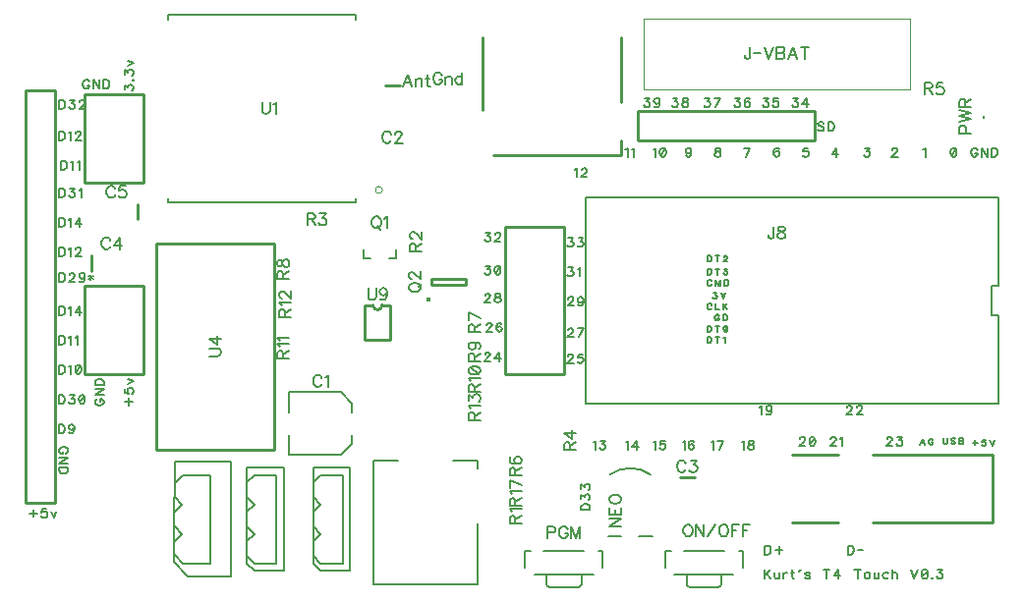
<source format=gto>
G04 DipTrace 3.3.1.3*
G04 Teensy4.0TouchDisplayLoRaV0.2.gto*
%MOIN*%
G04 #@! TF.FileFunction,Legend,Top*
G04 #@! TF.Part,Single*
%ADD10C,0.009843*%
%ADD15C,0.008*%
%ADD27C,0.005*%
%ADD50C,0.003937*%
%ADD57C,0.015404*%
%ADD59C,0.000013*%
%ADD138C,0.006176*%
%ADD139C,0.007*%
%FSLAX26Y26*%
G04*
G70*
G90*
G75*
G01*
G04 TopSilk*
%LPD*%
X1337321Y843640D2*
D15*
Y912385D1*
Y987399D2*
Y1056144D1*
X1512331D1*
X1549841Y1018637D1*
Y987399D1*
X1337321Y843640D2*
X1512331D1*
X1549841Y881147D1*
Y912385D1*
X1661743Y2097385D2*
D10*
X1712885D1*
X2661638Y766275D2*
X2712780D1*
X664939Y1468129D2*
Y1519271D1*
X822461Y1694271D2*
Y1643129D1*
X1976957Y824905D2*
D15*
X1894269D1*
X1976957Y403631D2*
Y612283D1*
Y824905D2*
Y797358D1*
X1622637Y403631D2*
Y824905D1*
X1705325D1*
X1622637Y403631D2*
X1976957D1*
X3118419Y2012285D2*
D10*
X2518419D1*
X3118419Y1912285D2*
X2518419D1*
X3118419Y2012285D2*
Y1912285D1*
X2518419Y2012285D2*
Y1912285D1*
X2268700Y1118700D2*
Y1618700D1*
X2068700Y1118700D2*
Y1618700D1*
X2268700Y1118700D2*
X2068700D1*
X2268700Y1618700D2*
X2068700D1*
X2463776Y2261401D2*
Y2040251D1*
Y1911779D2*
Y1860782D1*
X2029871D1*
X1991201Y2012792D2*
Y2259930D1*
X3443417Y2085628D2*
D50*
X2537905D1*
Y2325785D1*
X3443417D1*
Y2085628D1*
X1140682Y430054D2*
D27*
Y819818D1*
X947770D1*
X947634Y700940D2*
Y650933D1*
Y600927D1*
Y550920D1*
Y500952D1*
X947654Y481620D1*
X991070Y430054D1*
X1140682D1*
X948638Y549946D2*
X973638Y574930D1*
X948638Y599952D1*
X947770Y649920D2*
X971630Y674943D1*
X947770Y699927D1*
Y749933D1*
Y816661D1*
X949642Y748920D2*
X974642Y774917D1*
X1068636Y774956D1*
Y474916D1*
X975626Y474955D1*
X950627Y502940D1*
X1318611Y449936D2*
Y799936D1*
X1193611D1*
Y699941D2*
Y649926D1*
Y599946D1*
Y549931D1*
Y499951D1*
Y474926D1*
X1218611Y449936D1*
X1318611D1*
X1193611Y549931D2*
X1218611Y574921D1*
X1193611Y599946D1*
Y649926D2*
X1218611Y674951D1*
X1193611Y699941D1*
Y749921D1*
Y799936D1*
Y749921D2*
X1218611Y774946D1*
X1293611D1*
Y474926D1*
X1218611D1*
X1193611Y499951D1*
X1543587Y449936D2*
Y799936D1*
X1418587D1*
Y699941D2*
Y649926D1*
Y599946D1*
Y549931D1*
Y499951D1*
Y474926D1*
X1443587Y449936D1*
X1543587D1*
X1418587Y549931D2*
X1443587Y574921D1*
X1418587Y599946D1*
Y649926D2*
X1443587Y674951D1*
X1418587Y699941D1*
Y749921D1*
Y799936D1*
Y749921D2*
X1443587Y774946D1*
X1518587D1*
Y474926D1*
X1443587D1*
X1418587Y499951D1*
X543700Y2081700D2*
D10*
X443700D1*
X543700Y681700D2*
Y2081700D1*
Y681700D2*
X443700D1*
Y757300D1*
Y2081700D1*
X2568700Y568706D2*
D27*
X2523700D1*
X2418700D2*
X2463700D1*
X2424700Y776712D2*
G02X2562700Y776712I69000J-97267D01*
G01*
X2643699Y437449D2*
X2843701D1*
X2874935Y462453D2*
Y518695D1*
X2862435D1*
X2812434D2*
X2674966D1*
X2684688Y435449D2*
Y405447D1*
G03X2694701Y395451I10011J16D01*
G01*
X2792699D1*
G03X2802712Y405447I2J10012D01*
G01*
Y435449D1*
X2631199Y518695D2*
X2612465D1*
Y462453D1*
X643700Y1960400D2*
D10*
Y1768700D1*
Y2068700D2*
Y1768700D1*
X843700Y2068700D2*
Y1768700D1*
X643700Y2068700D2*
X843700D1*
X643700Y1768700D2*
X843700D1*
X643700Y1310400D2*
Y1118700D1*
Y1418700D2*
Y1118700D1*
X843700Y1418700D2*
Y1118700D1*
X643700Y1418700D2*
X843700D1*
X643700Y1118700D2*
X843700D1*
X2168699Y437449D2*
D27*
X2368701D1*
X2399935Y462453D2*
Y518695D1*
X2387435D1*
X2337434D2*
X2199966D1*
X2209688Y435449D2*
Y405447D1*
G03X2219701Y395451I10011J16D01*
G01*
X2317699D1*
G03X2327712Y405447I2J10012D01*
G01*
Y435449D1*
X2156199Y518695D2*
X2137465D1*
Y462453D1*
G36*
X3697637Y1993700D2*
X3689763D1*
Y1985827D1*
X3697637D1*
Y1993700D1*
G37*
X1675194Y1509875D2*
D15*
X1698815D1*
Y1541375D1*
X1612206Y1509875D2*
X1588585D1*
Y1541375D1*
D57*
X1808898Y1372202D3*
X1818099Y1422344D2*
D10*
X1936204D1*
Y1442030D1*
X1818099D1*
Y1422344D1*
X1629554Y1743103D2*
D59*
G02X1629554Y1743103I11784J0D01*
G01*
X924815Y2321839D2*
D27*
Y2337592D1*
X1562612D1*
Y2321839D1*
X924815Y1715551D2*
Y1699797D1*
X1562612D1*
Y1715551D1*
X3718640Y1418680D2*
D15*
Y1318720D1*
X3743700D1*
Y1018700D1*
X2343700D1*
Y1718700D1*
X3743700D1*
Y1418680D1*
X3718640D1*
X887388Y862335D2*
D10*
X1287388D1*
Y1562335D1*
X887388D1*
Y862335D1*
X1593125Y1351776D2*
Y1233655D1*
X1679760Y1351776D2*
Y1233655D1*
X1593125D2*
X1679760D1*
X1593125Y1351776D2*
X1620687D1*
X1652199D2*
X1679760D1*
X1620687D2*
G03X1652199Y1351776I15756J10D01*
G01*
X3722414Y614520D2*
Y842880D1*
Y614520D2*
X3372062D1*
X3722414Y842880D2*
X3372062D1*
Y614520D2*
X3316962D1*
X3200413D2*
X3042951D1*
X3372062Y842880D2*
X3316962D1*
X3200413D2*
X3042951D1*
X1753352Y2094913D2*
D138*
X1738010Y2135105D1*
X1722711Y2094913D1*
X1728459Y2108311D2*
X1747604D1*
X1765704Y2121708D2*
Y2094913D1*
Y2114059D2*
X1771452Y2119807D1*
X1775299Y2121708D1*
X1781002D1*
X1784849Y2119807D1*
X1786750Y2114059D1*
Y2094913D1*
X1804850Y2135105D2*
Y2102563D1*
X1806751Y2096859D1*
X1810598Y2094913D1*
X1814400D1*
X1799102Y2121708D2*
X1812499D1*
X1446955Y1105171D2*
X1445054Y1108974D1*
X1441207Y1112821D1*
X1437405Y1114722D1*
X1429756D1*
X1425909Y1112821D1*
X1422106Y1108974D1*
X1420161Y1105171D1*
X1418260Y1099423D1*
Y1089829D1*
X1420161Y1084125D1*
X1422106Y1080278D1*
X1425909Y1076476D1*
X1429756Y1074530D1*
X1437405D1*
X1441207Y1076476D1*
X1445054Y1080278D1*
X1446955Y1084125D1*
X1459307Y1107029D2*
X1463154Y1108974D1*
X1468902Y1114678D1*
Y1074530D1*
X1682089Y1932514D2*
X1680188Y1936317D1*
X1676341Y1940164D1*
X1672539Y1942065D1*
X1664889D1*
X1661042Y1940164D1*
X1657240Y1936317D1*
X1655294Y1932514D1*
X1653393Y1926766D1*
Y1917171D1*
X1655294Y1911468D1*
X1657240Y1907621D1*
X1661042Y1903818D1*
X1664889Y1901873D1*
X1672539D1*
X1676341Y1903818D1*
X1680188Y1907621D1*
X1682089Y1911468D1*
X1696386Y1932470D2*
Y1934371D1*
X1698287Y1938218D1*
X1700189Y1940119D1*
X1704035Y1942021D1*
X1711685D1*
X1715487Y1940119D1*
X1717388Y1938218D1*
X1719334Y1934371D1*
Y1930569D1*
X1717388Y1926722D1*
X1713586Y1921018D1*
X1694441Y1901873D1*
X1721235D1*
X2681984Y815303D2*
X2680083Y819105D1*
X2676236Y822952D1*
X2672434Y824853D1*
X2664784D1*
X2660937Y822952D1*
X2657135Y819105D1*
X2655189Y815303D1*
X2653288Y809555D1*
Y799960D1*
X2655189Y794256D1*
X2657135Y790409D1*
X2660937Y786607D1*
X2664784Y784661D1*
X2672434D1*
X2676236Y786607D1*
X2680083Y790409D1*
X2681984Y794256D1*
X2698182Y824809D2*
X2719185D1*
X2707733Y809510D1*
X2713481D1*
X2717283Y807609D1*
X2719185Y805708D1*
X2721130Y799960D1*
Y796157D1*
X2719185Y790409D1*
X2715382Y786563D1*
X2709634Y784661D1*
X2703886D1*
X2698182Y786563D1*
X2696281Y788508D1*
X2694336Y792311D1*
X729640Y1572255D2*
X727739Y1576058D1*
X723892Y1579905D1*
X720089Y1581806D1*
X712440D1*
X708593Y1579905D1*
X704791Y1576058D1*
X702845Y1572255D1*
X700944Y1566507D1*
Y1556913D1*
X702845Y1551209D1*
X704791Y1547362D1*
X708593Y1543560D1*
X712440Y1541614D1*
X720089D1*
X723892Y1543560D1*
X727739Y1547362D1*
X729640Y1551209D1*
X761137Y1541614D2*
Y1581762D1*
X741991Y1555011D1*
X770687D1*
X746359Y1747255D2*
X744458Y1751058D1*
X740611Y1754905D1*
X736809Y1756806D1*
X729160D1*
X725313Y1754905D1*
X721510Y1751058D1*
X719565Y1747255D1*
X717664Y1741507D1*
Y1731913D1*
X719565Y1726209D1*
X721510Y1722362D1*
X725313Y1718560D1*
X729160Y1716614D1*
X736809D1*
X740611Y1718560D1*
X744458Y1722362D1*
X746359Y1726209D1*
X781659Y1756762D2*
X762558D1*
X760656Y1739562D1*
X762558Y1741463D1*
X768306Y1743409D1*
X774009D1*
X779757Y1741463D1*
X783604Y1737661D1*
X785506Y1731913D1*
Y1728110D1*
X783604Y1722362D1*
X779757Y1718515D1*
X774009Y1716614D1*
X768306D1*
X762558Y1718515D1*
X760656Y1720461D1*
X758711Y1724263D1*
X1854794Y2131804D2*
X1852893Y2135607D1*
X1849046Y2139453D1*
X1845243Y2141355D1*
X1837594D1*
X1833747Y2139453D1*
X1829945Y2135607D1*
X1827999Y2131804D1*
X1826098Y2126056D1*
Y2116461D1*
X1827999Y2110757D1*
X1829945Y2106911D1*
X1833747Y2103108D1*
X1837594Y2101163D1*
X1845243D1*
X1849046Y2103108D1*
X1852893Y2106911D1*
X1854794Y2110757D1*
Y2116461D1*
X1845243D1*
X1867145Y2127957D2*
Y2101163D1*
Y2120308D2*
X1872893Y2126056D1*
X1876740Y2127957D1*
X1882444D1*
X1886291Y2126056D1*
X1888192Y2120308D1*
Y2101163D1*
X1923491Y2141355D2*
Y2101163D1*
Y2122209D2*
X1919689Y2126056D1*
X1915842Y2127957D1*
X1910094D1*
X1906291Y2126056D1*
X1902444Y2122209D1*
X1900543Y2116461D1*
Y2112659D1*
X1902444Y2106911D1*
X1906291Y2103108D1*
X1910094Y2101163D1*
X1915842D1*
X1919689Y2103108D1*
X1923491Y2106911D1*
X2980671Y1618223D2*
Y1587626D1*
X2978769Y1581878D1*
X2976824Y1579977D1*
X2973021Y1578031D1*
X2969175D1*
X2965372Y1579977D1*
X2963471Y1581878D1*
X2961525Y1587626D1*
Y1591429D1*
X3002573Y1618179D2*
X2996869Y1616278D1*
X2994923Y1612475D1*
Y1608629D1*
X2996869Y1604826D1*
X3000671Y1602881D1*
X3008321Y1600979D1*
X3014069Y1599078D1*
X3017871Y1595231D1*
X3019772Y1591429D1*
Y1585681D1*
X3017871Y1581878D1*
X3015970Y1579933D1*
X3010222Y1578031D1*
X3002573D1*
X2996869Y1579933D1*
X2994923Y1581878D1*
X2993022Y1585681D1*
Y1591429D1*
X2994923Y1595231D1*
X2998770Y1599078D1*
X3004474Y1600979D1*
X3012123Y1602881D1*
X3015970Y1604826D1*
X3017871Y1608629D1*
Y1612475D1*
X3015970Y1616278D1*
X3010222Y1618179D1*
X3002573D1*
X2900887Y2228212D2*
Y2197615D1*
X2898986Y2191867D1*
X2897040Y2189966D1*
X2893238Y2188020D1*
X2889391D1*
X2885588Y2189966D1*
X2883687Y2191867D1*
X2881742Y2197615D1*
Y2201418D1*
X2913238Y2208094D2*
X2935346D1*
X2947698Y2228212D2*
X2962996Y2188020D1*
X2978295Y2228212D1*
X2990646D2*
Y2188020D1*
X3007890D1*
X3013638Y2189966D1*
X3015540Y2191867D1*
X3017441Y2195670D1*
Y2201418D1*
X3015540Y2205264D1*
X3013638Y2207166D1*
X3007890Y2209067D1*
X3013638Y2211012D1*
X3015540Y2212914D1*
X3017441Y2216716D1*
Y2220563D1*
X3015540Y2224366D1*
X3013638Y2226311D1*
X3007890Y2228212D1*
X2990646D1*
Y2209067D2*
X3007890D1*
X3060434Y2188020D2*
X3045091Y2228212D1*
X3029792Y2188020D1*
X3035540Y2201418D2*
X3054686D1*
X3086182Y2228212D2*
Y2188020D1*
X3072785Y2228212D2*
X3099580D1*
X2422623Y628288D2*
X2462815D1*
X2422623Y601493D1*
X2462815D1*
X2422623Y665488D2*
Y640639D1*
X2462815D1*
Y665488D1*
X2441768Y640639D2*
Y655938D1*
X2422623Y689336D2*
X2424524Y685489D1*
X2428371Y681687D1*
X2432173Y679741D1*
X2437922Y677840D1*
X2447516D1*
X2453220Y679741D1*
X2457067Y681687D1*
X2460869Y685489D1*
X2462815Y689336D1*
Y696985D1*
X2460869Y700788D1*
X2457067Y704634D1*
X2453220Y706536D1*
X2447516Y708437D1*
X2437922D1*
X2432173Y706536D1*
X2428371Y704635D1*
X2424524Y700788D1*
X2422623Y696985D1*
Y689336D1*
X2685783Y607278D2*
X2681936Y605377D1*
X2678134Y601530D1*
X2676188Y597728D1*
X2674287Y591980D1*
Y582385D1*
X2676188Y576681D1*
X2678134Y572834D1*
X2681936Y569032D1*
X2685783Y567086D1*
X2693432D1*
X2697235Y569032D1*
X2701082Y572834D1*
X2702983Y576681D1*
X2704884Y582385D1*
Y591980D1*
X2702983Y597728D1*
X2701082Y601530D1*
X2697235Y605377D1*
X2693432Y607278D1*
X2685783D1*
X2744030D2*
Y567086D1*
X2717235Y607278D1*
Y567086D1*
X2756382D2*
X2783176Y607234D1*
X2807024Y607278D2*
X2803177Y605377D1*
X2799374Y601530D1*
X2797429Y597728D1*
X2795528Y591980D1*
Y582385D1*
X2797429Y576681D1*
X2799374Y572834D1*
X2803177Y569032D1*
X2807024Y567086D1*
X2814673D1*
X2818476Y569032D1*
X2822322Y572834D1*
X2824224Y576681D1*
X2826125Y582385D1*
Y591980D1*
X2824224Y597728D1*
X2822322Y601530D1*
X2818476Y605377D1*
X2814673Y607278D1*
X2807024D1*
X2863370D2*
X2838476D1*
Y567086D1*
Y588133D2*
X2853775D1*
X2900614Y607278D2*
X2875721D1*
Y567086D1*
Y588133D2*
X2891020D1*
X2213305Y579982D2*
X2230549D1*
X2236253Y581884D1*
X2238198Y583829D1*
X2240099Y587632D1*
Y593380D1*
X2238198Y597182D1*
X2236253Y599128D1*
X2230549Y601029D1*
X2213305D1*
Y560837D1*
X2281147Y591479D2*
X2279245Y595281D1*
X2275399Y599128D1*
X2271596Y601029D1*
X2263947D1*
X2260100Y599128D1*
X2256298Y595281D1*
X2254352Y591479D1*
X2252451Y585731D1*
Y576136D1*
X2254352Y570432D1*
X2256298Y566585D1*
X2260100Y562783D1*
X2263947Y560837D1*
X2271596D1*
X2275399Y562783D1*
X2279245Y566585D1*
X2281147Y570432D1*
Y576136D1*
X2271596D1*
X2324095Y560837D2*
Y601029D1*
X2308797Y560837D1*
X2293498Y601029D1*
Y560837D1*
X3631562Y1935409D2*
Y1952653D1*
X3629661Y1958357D1*
X3627715Y1960302D1*
X3623913Y1962203D1*
X3618165D1*
X3614362Y1960302D1*
X3612417Y1958357D1*
X3610515Y1952653D1*
Y1935409D1*
X3650707D1*
X3610515Y1974555D2*
X3650707Y1984149D1*
X3610515Y1993700D1*
X3650707Y2003251D1*
X3610515Y2012845D1*
X3629661Y2025197D2*
Y2042397D1*
X3627715Y2048145D1*
X3625814Y2050090D1*
X3622011Y2051991D1*
X3618165D1*
X3614362Y2050090D1*
X3612417Y2048145D1*
X3610515Y2042397D1*
Y2025197D1*
X3650707D1*
X3629661Y2038594D2*
X3650707Y2051991D1*
X1628902Y1653103D2*
X1625100Y1651246D1*
X1621253Y1647399D1*
X1619352Y1643552D1*
X1617406Y1637804D1*
Y1628253D1*
X1619352Y1622505D1*
X1621253Y1618703D1*
X1625100Y1614856D1*
X1628902Y1612955D1*
X1636552D1*
X1640398Y1614856D1*
X1644201Y1618703D1*
X1646102Y1622505D1*
X1648048Y1628253D1*
Y1637804D1*
X1646102Y1643552D1*
X1644201Y1647399D1*
X1640398Y1651246D1*
X1636552Y1653103D1*
X1628902D1*
X1634650Y1620604D2*
X1646102Y1609108D1*
X1660399Y1645409D2*
X1664246Y1647355D1*
X1669994Y1653058D1*
Y1612911D1*
X1742618Y1407914D2*
X1744475Y1404111D1*
X1748321Y1400265D1*
X1752168Y1398363D1*
X1757916Y1396418D1*
X1767467D1*
X1773215Y1398363D1*
X1777017Y1400265D1*
X1780864Y1404111D1*
X1782765Y1407914D1*
Y1415563D1*
X1780864Y1419410D1*
X1777017Y1423213D1*
X1773215Y1425114D1*
X1767467Y1427059D1*
X1757916D1*
X1752168Y1425114D1*
X1748321Y1423213D1*
X1744475Y1419410D1*
X1742618Y1415563D1*
Y1407914D1*
X1775116Y1413662D2*
X1786612Y1425114D1*
X1752212Y1441356D2*
X1750311D1*
X1746464Y1443257D1*
X1744563Y1445159D1*
X1742662Y1449005D1*
Y1456655D1*
X1744563Y1460457D1*
X1746464Y1462359D1*
X1750311Y1464304D1*
X1754114D1*
X1757960Y1462359D1*
X1763664Y1458556D1*
X1782810Y1439411D1*
Y1466205D1*
X2103773Y610994D2*
X2103774Y628194D1*
X2101828Y633942D1*
X2099927Y635887D1*
X2096124Y637788D1*
X2092277D1*
X2088475Y635887D1*
X2086529Y633942D1*
X2084628Y628194D1*
Y610994D1*
X2124820D1*
X2103774Y624391D2*
X2124820Y637788D1*
X2092322Y650140D2*
X2090376Y653987D1*
X2084672Y659735D1*
X2124820Y659734D1*
X1766275Y1535730D2*
Y1552930D1*
X1764329Y1558678D1*
X1762428Y1560623D1*
X1758626Y1562524D1*
X1754779D1*
X1750976Y1560623D1*
X1749031Y1558678D1*
X1747129Y1552930D1*
Y1535730D1*
X1787321D1*
X1766275Y1549127D2*
X1787321Y1562524D1*
X1756724Y1576821D2*
X1754823D1*
X1750976Y1578723D1*
X1749075Y1580624D1*
X1747174Y1584471D1*
Y1592120D1*
X1749075Y1595922D1*
X1750976Y1597824D1*
X1754823Y1599769D1*
X1758626D1*
X1762472Y1597824D1*
X1768176Y1594021D1*
X1787321Y1574876D1*
Y1601670D1*
X1398026Y1643787D2*
X1415226D1*
X1420974Y1645732D1*
X1422920Y1647633D1*
X1424821Y1651436D1*
Y1655283D1*
X1422920Y1659085D1*
X1420974Y1661031D1*
X1415226Y1662932D1*
X1398026D1*
Y1622740D1*
X1411424Y1643787D2*
X1424821Y1622740D1*
X1441019Y1662888D2*
X1462021D1*
X1450570Y1647589D1*
X1456318D1*
X1460120Y1645688D1*
X1462021Y1643787D1*
X1463967Y1638039D1*
Y1634236D1*
X1462021Y1628488D1*
X1458219Y1624641D1*
X1452471Y1622740D1*
X1446723D1*
X1441019Y1624641D1*
X1439118Y1626587D1*
X1437172Y1630389D1*
X2289404Y859774D2*
Y876974D1*
X2287459Y882722D1*
X2285558Y884667D1*
X2281755Y886569D1*
X2277908D1*
X2274106Y884667D1*
X2272160Y882722D1*
X2270259Y876974D1*
Y859774D1*
X2310451D1*
X2289404Y873171D2*
X2310451Y886568D1*
Y918065D2*
X2270303D1*
X2297054Y898920D1*
Y927616D1*
X3491982Y2087658D2*
X3509181D1*
X3514930Y2089604D1*
X3516875Y2091505D1*
X3518776Y2095307D1*
Y2099154D1*
X3516875Y2102957D1*
X3514930Y2104902D1*
X3509181Y2106803D1*
X3491982D1*
Y2066611D1*
X3505379Y2087658D2*
X3518776Y2066611D1*
X3554076Y2106759D2*
X3534974D1*
X3533073Y2089559D1*
X3534974Y2091461D1*
X3540722Y2093406D1*
X3546426D1*
X3552174Y2091461D1*
X3556021Y2087658D1*
X3557922Y2081910D1*
Y2078107D1*
X3556021Y2072359D1*
X3552174Y2068513D1*
X3546426Y2066611D1*
X3540722D1*
X3534974Y2068513D1*
X3533073Y2070458D1*
X3531128Y2074261D1*
X2103773Y774170D2*
X2103774Y791370D1*
X2101828Y797118D1*
X2099927Y799063D1*
X2096124Y800964D1*
X2092277D1*
X2088475Y799063D1*
X2086529Y797118D1*
X2084628Y791370D1*
Y774170D1*
X2124820D1*
X2103774Y787567D2*
X2124820Y800964D1*
X2090376Y836264D2*
X2086574Y834362D1*
X2084672Y828614D1*
Y824812D1*
X2086574Y819064D1*
X2092322Y815217D1*
X2101872Y813316D1*
X2111423D1*
X2119072Y815217D1*
X2122919Y819064D1*
X2124820Y824812D1*
Y826713D1*
X2122919Y832417D1*
X2119072Y836264D1*
X2113324Y838165D1*
X2111423D1*
X2105675Y836264D1*
X2101872Y832417D1*
X2099971Y826713D1*
Y824812D1*
X2101872Y819064D1*
X2105675Y815217D1*
X2111423Y813316D1*
X1964404Y1260953D2*
Y1278153D1*
X1962459Y1283901D1*
X1960558Y1285846D1*
X1956755Y1287747D1*
X1952908D1*
X1949106Y1285846D1*
X1947160Y1283901D1*
X1945259Y1278153D1*
Y1260953D1*
X1985451D1*
X1964404Y1274350D2*
X1985451Y1287747D1*
Y1307748D2*
X1945303Y1326894D1*
Y1300099D1*
X1316262Y1441888D2*
Y1459088D1*
X1314316Y1464836D1*
X1312415Y1466782D1*
X1308612Y1468683D1*
X1304766D1*
X1300963Y1466782D1*
X1299018Y1464836D1*
X1297116Y1459088D1*
Y1441888D1*
X1337308D1*
X1316262Y1455286D2*
X1337308Y1468683D1*
X1297161Y1490585D2*
X1299062Y1484881D1*
X1302864Y1482936D1*
X1306711D1*
X1310514Y1484881D1*
X1312459Y1488684D1*
X1314360Y1496333D1*
X1316262Y1502081D1*
X1320108Y1505883D1*
X1323911Y1507785D1*
X1329659D1*
X1333462Y1505883D1*
X1335407Y1503982D1*
X1337308Y1498234D1*
Y1490585D1*
X1335407Y1484881D1*
X1333462Y1482936D1*
X1329659Y1481034D1*
X1323911D1*
X1320108Y1482936D1*
X1316262Y1486782D1*
X1314360Y1492486D1*
X1312459Y1500135D1*
X1310514Y1503982D1*
X1306711Y1505884D1*
X1302864D1*
X1299062Y1503982D1*
X1297161Y1498234D1*
Y1490585D1*
X1964404Y1161809D2*
Y1179009D1*
X1962459Y1184757D1*
X1960558Y1186702D1*
X1956755Y1188604D1*
X1952908D1*
X1949106Y1186702D1*
X1947160Y1184757D1*
X1945259Y1179009D1*
Y1161809D1*
X1985451D1*
X1964404Y1175206D2*
X1985451Y1188604D1*
X1958656Y1225848D2*
X1964405Y1223903D1*
X1968251Y1220100D1*
X1970153Y1214352D1*
Y1212451D1*
X1968251Y1206703D1*
X1964405Y1202900D1*
X1958656Y1200955D1*
X1956755D1*
X1951007Y1202901D1*
X1947205Y1206703D1*
X1945303Y1212451D1*
Y1214352D1*
X1947205Y1220100D1*
X1951007Y1223903D1*
X1958656Y1225848D1*
X1968251D1*
X1977802Y1223903D1*
X1983550Y1220100D1*
X1985451Y1214352D1*
Y1210550D1*
X1983550Y1204802D1*
X1979703Y1202900D1*
X1964404Y1056039D2*
Y1073239D1*
X1962459Y1078987D1*
X1960558Y1080932D1*
X1956755Y1082833D1*
X1952908D1*
X1949106Y1080932D1*
X1947160Y1078987D1*
X1945259Y1073239D1*
Y1056039D1*
X1985451D1*
X1964404Y1069436D2*
X1985451Y1082833D1*
X1952953Y1095185D2*
X1951007Y1099032D1*
X1945303Y1104780D1*
X1985451D1*
X1945303Y1128627D2*
X1947205Y1122879D1*
X1952953Y1119032D1*
X1962503Y1117131D1*
X1968251D1*
X1977802Y1119032D1*
X1983550Y1122879D1*
X1985451Y1128627D1*
Y1132430D1*
X1983550Y1138178D1*
X1977802Y1141980D1*
X1968251Y1143926D1*
X1962503D1*
X1952953Y1141980D1*
X1947205Y1138178D1*
X1945303Y1132430D1*
Y1128627D1*
X1952953Y1141980D2*
X1977802Y1119032D1*
X1316262Y1170771D2*
Y1187971D1*
X1314316Y1193719D1*
X1312415Y1195665D1*
X1308612Y1197566D1*
X1304766D1*
X1300963Y1195665D1*
X1299018Y1193719D1*
X1297116Y1187971D1*
Y1170771D1*
X1337308D1*
X1316262Y1184169D2*
X1337308Y1197566D1*
X1304810Y1209917D2*
X1302864Y1213764D1*
X1297161Y1219512D1*
X1337308D1*
X1304810Y1231863D2*
X1302864Y1235710D1*
X1297161Y1241458D1*
X1337308D1*
X1322511Y1312156D2*
Y1329355D1*
X1320566Y1335103D1*
X1318664Y1337049D1*
X1314862Y1338950D1*
X1311015D1*
X1307212Y1337049D1*
X1305267Y1335104D1*
X1303366Y1329355D1*
Y1312156D1*
X1343558D1*
X1322511Y1325553D2*
X1343558Y1338950D1*
X1311059Y1351302D2*
X1309114Y1355148D1*
X1303410Y1360896D1*
X1343558D1*
X1312960Y1375193D2*
X1311059D1*
X1307212Y1377095D1*
X1305311Y1378996D1*
X1303410Y1382843D1*
Y1390492D1*
X1305311Y1394294D1*
X1307212Y1396196D1*
X1311059Y1398141D1*
X1314862D1*
X1318709Y1396196D1*
X1324412Y1392393D1*
X1343558Y1373248D1*
Y1400042D1*
X1964404Y962192D2*
Y979392D1*
X1962459Y985140D1*
X1960558Y987086D1*
X1956755Y988987D1*
X1952908D1*
X1949106Y987086D1*
X1947160Y985140D1*
X1945259Y979392D1*
Y962192D1*
X1985451D1*
X1964404Y975590D2*
X1985451Y988987D1*
X1952953Y1001338D2*
X1951007Y1005185D1*
X1945303Y1010933D1*
X1985451D1*
X1945303Y1027131D2*
Y1048134D1*
X1960602Y1036682D1*
Y1042430D1*
X1962503Y1046232D1*
X1964404Y1048134D1*
X1970153Y1050079D1*
X1973955D1*
X1979703Y1048134D1*
X1983550Y1044331D1*
X1985451Y1038583D1*
Y1032835D1*
X1983550Y1027131D1*
X1981604Y1025230D1*
X1977802Y1023285D1*
X2103773Y670591D2*
X2103774Y687791D1*
X2101828Y693539D1*
X2099927Y695485D1*
X2096124Y697386D1*
X2092277D1*
X2088475Y695485D1*
X2086529Y693539D1*
X2084628Y687791D1*
Y670591D1*
X2124820D1*
X2103774Y683989D2*
X2124820Y697386D1*
X2092322Y709737D2*
X2090376Y713584D1*
X2084672Y719332D1*
X2124820D1*
Y739333D2*
X2084672Y758478D1*
Y731683D1*
X1244907Y2041201D2*
Y2012505D1*
X1246808Y2006757D1*
X1250655Y2002954D1*
X1256403Y2001008D1*
X1260206D1*
X1265954Y2002954D1*
X1269800Y2006757D1*
X1271702Y2012505D1*
Y2041201D1*
X1284053Y2033507D2*
X1287900Y2035452D1*
X1293648Y2041156D1*
Y2001008D1*
X1064882Y1178414D2*
X1093578D1*
X1099326Y1180316D1*
X1103128Y1184162D1*
X1105074Y1189910D1*
Y1193713D1*
X1103128Y1199461D1*
X1099326Y1203308D1*
X1093578Y1205209D1*
X1064882D1*
X1105074Y1236706D2*
X1064926D1*
X1091677Y1217560D1*
Y1246256D1*
X1604423Y1410355D2*
Y1381659D1*
X1606324Y1375911D1*
X1610171Y1372108D1*
X1615919Y1370163D1*
X1619722D1*
X1625470Y1372108D1*
X1629316Y1375911D1*
X1631218Y1381659D1*
Y1410355D1*
X1668463Y1396957D2*
X1666517Y1391209D1*
X1662714Y1387362D1*
X1656966Y1385461D1*
X1655065D1*
X1649317Y1387362D1*
X1645515Y1391209D1*
X1643569Y1396957D1*
Y1398859D1*
X1645515Y1404607D1*
X1649317Y1408409D1*
X1655065Y1410310D1*
X1656966D1*
X1662714Y1408409D1*
X1666517Y1404607D1*
X1668463Y1396957D1*
Y1387362D1*
X1666517Y1377812D1*
X1662714Y1372064D1*
X1656966Y1370163D1*
X1653164D1*
X1647416Y1372064D1*
X1645515Y1375911D1*
X2949682Y454583D2*
D139*
Y424439D1*
X2969778Y454583D2*
X2949682Y434487D1*
X2956845Y441684D2*
X2969778Y424439D1*
X2983778Y444535D2*
Y430176D1*
X2985204Y425899D1*
X2988089Y424439D1*
X2992400D1*
X2995252Y425899D1*
X2999563Y430176D1*
Y444535D2*
Y424439D1*
X3013563Y444535D2*
Y424439D1*
Y435913D2*
X3015022Y440224D1*
X3017874Y443109D1*
X3020759Y444535D1*
X3025070D1*
X3043381Y454583D2*
Y430176D1*
X3044807Y425899D1*
X3047692Y424439D1*
X3050544D1*
X3039070Y444535D2*
X3049118D1*
X3071740Y454550D2*
X3064544Y445928D1*
X3073166Y453124D1*
X3071740Y454550D1*
X3102951Y440224D2*
X3101525Y443109D1*
X3097214Y444535D1*
X3092903D1*
X3088592Y443109D1*
X3087166Y440224D1*
X3088592Y437373D1*
X3091477Y435913D1*
X3098640Y434487D1*
X3101525Y433061D1*
X3102951Y430176D1*
Y428750D1*
X3101525Y425899D1*
X3097214Y424439D1*
X3092903D1*
X3088592Y425899D1*
X3087166Y428750D1*
X3160896Y454583D2*
Y424439D1*
X3150848Y454583D2*
X3170944D1*
X3199303Y424439D2*
Y454550D1*
X3184944Y434487D1*
X3206466D1*
X3264411Y454583D2*
Y424439D1*
X3254363Y454583D2*
X3274459D1*
X3295622Y444535D2*
X3292770Y443109D1*
X3289885Y440224D1*
X3288459Y435913D1*
Y433061D1*
X3289885Y428750D1*
X3292770Y425899D1*
X3295622Y424439D1*
X3299933D1*
X3302818Y425899D1*
X3305670Y428750D1*
X3307129Y433061D1*
Y435913D1*
X3305670Y440224D1*
X3302818Y443109D1*
X3299933Y444535D1*
X3295622D1*
X3321129D2*
Y430176D1*
X3322555Y425899D1*
X3325440Y424439D1*
X3329751D1*
X3332603Y425899D1*
X3336914Y430176D1*
Y444535D2*
Y424439D1*
X3368158Y440224D2*
X3365273Y443109D1*
X3362388Y444535D1*
X3358110D1*
X3355225Y443109D1*
X3352373Y440224D1*
X3350914Y435913D1*
Y433061D1*
X3352373Y428750D1*
X3355225Y425899D1*
X3358110Y424439D1*
X3362388D1*
X3365273Y425899D1*
X3368158Y428750D1*
X3382158Y454583D2*
Y424439D1*
Y438798D2*
X3386469Y443109D1*
X3389354Y444535D1*
X3393665D1*
X3396517Y443109D1*
X3397943Y438798D1*
Y424439D1*
X3445840Y454583D2*
X3457314Y424439D1*
X3468788Y454583D1*
X3491410Y454550D2*
X3487099Y453124D1*
X3484214Y448813D1*
X3482788Y441650D1*
Y437339D1*
X3484214Y430176D1*
X3487099Y425865D1*
X3491410Y424439D1*
X3494262D1*
X3498573Y425865D1*
X3501425Y430176D1*
X3502884Y437339D1*
Y441650D1*
X3501425Y448813D1*
X3498573Y453124D1*
X3494262Y454550D1*
X3491410D1*
X3501425Y448813D2*
X3484214Y430176D1*
X3518310Y427325D2*
X3516884Y425865D1*
X3518310Y424439D1*
X3519769Y425865D1*
X3518310Y427325D1*
X3536654Y454550D2*
X3552406D1*
X3543817Y443076D1*
X3548128D1*
X3550980Y441650D1*
X3552406Y440224D1*
X3553865Y435913D1*
Y433061D1*
X3552406Y428750D1*
X3549554Y425865D1*
X3545243Y424439D1*
X3540932D1*
X3536654Y425865D1*
X3535228Y427325D1*
X3533769Y430176D1*
X780776Y1023718D2*
X806609D1*
X793709Y1010818D2*
Y1036651D1*
X778637Y1067862D2*
Y1053536D1*
X791537Y1052110D1*
X790111Y1053536D1*
X788652Y1057847D1*
Y1062125D1*
X790111Y1066436D1*
X792963Y1069321D1*
X797274Y1070747D1*
X800126D1*
X804437Y1069321D1*
X807322Y1066436D1*
X808748Y1062125D1*
Y1057847D1*
X807322Y1053536D1*
X805863Y1052110D1*
X803011Y1050651D1*
X788652Y1084747D2*
X808748Y1093369D1*
X788652Y1101958D1*
X658946Y2109746D2*
X657520Y2112598D1*
X654635Y2115483D1*
X651783Y2116909D1*
X646046D1*
X643161Y2115483D1*
X640309Y2112598D1*
X638850Y2109746D1*
X637424Y2105435D1*
Y2098239D1*
X638850Y2093961D1*
X640309Y2091076D1*
X643161Y2088224D1*
X646046Y2086765D1*
X651783D1*
X654635Y2088224D1*
X657520Y2091076D1*
X658946Y2093961D1*
Y2098239D1*
X651783D1*
X693042Y2116909D2*
Y2086765D1*
X672946Y2116909D1*
Y2086765D1*
X707042Y2116909D2*
Y2086765D1*
X717090D1*
X721401Y2088224D1*
X724286Y2091076D1*
X725712Y2093961D1*
X727138Y2098239D1*
Y2105435D1*
X725712Y2109746D1*
X724286Y2112598D1*
X721401Y2115483D1*
X717090Y2116909D1*
X707042D1*
X685064Y1033054D2*
X682212Y1031628D1*
X679327Y1028743D1*
X677901Y1025891D1*
Y1020154D1*
X679327Y1017269D1*
X682212Y1014417D1*
X685063Y1012958D1*
X689374Y1011532D1*
X696571D1*
X700848Y1012958D1*
X703734Y1014417D1*
X706585Y1017269D1*
X708045Y1020154D1*
Y1025891D1*
X706585Y1028743D1*
X703734Y1031628D1*
X700849Y1033054D1*
X696571D1*
Y1025891D1*
X677901Y1067150D2*
X708045D1*
X677901Y1047054D1*
X708045D1*
X677901Y1081150D2*
X708045D1*
Y1091198D1*
X706585Y1095509D1*
X703734Y1098394D1*
X700848Y1099820D1*
X696571Y1101246D1*
X689375D1*
X685064Y1099820D1*
X682212Y1098394D1*
X679327Y1095509D1*
X677901Y1091198D1*
Y1081150D1*
X777960Y2083018D2*
Y2098770D1*
X789434Y2090181D1*
Y2094492D1*
X790860Y2097344D1*
X792286Y2098770D1*
X796597Y2100229D1*
X799449D1*
X803760Y2098770D1*
X806645Y2095918D1*
X808071Y2091607D1*
Y2087296D1*
X806645Y2083018D1*
X805186Y2081592D1*
X802334Y2080133D1*
X805186Y2115655D2*
X806645Y2114229D1*
X808071Y2115655D1*
X806645Y2117114D1*
X805186Y2115655D1*
X777960Y2133999D2*
Y2149751D1*
X789434Y2141162D1*
Y2145473D1*
X790860Y2148325D1*
X792286Y2149751D1*
X796597Y2151210D1*
X799449D1*
X803760Y2149751D1*
X806645Y2146899D1*
X808071Y2142588D1*
Y2138277D1*
X806645Y2133999D1*
X805186Y2132573D1*
X802334Y2131114D1*
X787975Y2165210D2*
X808071Y2173832D1*
X787975Y2182421D1*
X3193781Y1855539D2*
Y1885650D1*
X3179422Y1865587D1*
X3200944D1*
X3096551Y1885650D2*
X3082225D1*
X3080800Y1872750D1*
X3082225Y1874176D1*
X3086537Y1875635D1*
X3090814D1*
X3095125Y1874176D1*
X3098010Y1871324D1*
X3099436Y1867013D1*
Y1864161D1*
X3098010Y1859850D1*
X3095125Y1856965D1*
X3090814Y1855539D1*
X3086537D1*
X3082225Y1856965D1*
X3080800Y1858424D1*
X3079340Y1861276D1*
X2997929Y1881372D2*
X2996503Y1884224D1*
X2992192Y1885650D1*
X2989340D1*
X2985029Y1884224D1*
X2982144Y1879913D1*
X2980718Y1872750D1*
Y1865587D1*
X2982144Y1859850D1*
X2985029Y1856965D1*
X2989340Y1855539D1*
X2990766D1*
X2995044Y1856965D1*
X2997929Y1859850D1*
X2999355Y1864161D1*
Y1865587D1*
X2997929Y1869898D1*
X2995044Y1872750D1*
X2990766Y1874176D1*
X2989340D1*
X2985029Y1872750D1*
X2982144Y1869898D1*
X2980718Y1865587D1*
X2886373Y1855539D2*
X2900732Y1885650D1*
X2880636D1*
X2787750D2*
X2783472Y1884224D1*
X2782013Y1881372D1*
Y1878487D1*
X2783472Y1875635D1*
X2786324Y1874176D1*
X2792061Y1872750D1*
X2796372Y1871324D1*
X2799224Y1868439D1*
X2800650Y1865587D1*
Y1861276D1*
X2799224Y1858424D1*
X2797798Y1856965D1*
X2793487Y1855539D1*
X2787750D1*
X2783472Y1856965D1*
X2782013Y1858424D1*
X2780587Y1861276D1*
Y1865587D1*
X2782013Y1868439D1*
X2784898Y1871324D1*
X2789176Y1872750D1*
X2794913Y1874176D1*
X2797798Y1875635D1*
X2799224Y1878487D1*
Y1881372D1*
X2797798Y1884224D1*
X2793487Y1885650D1*
X2787750D1*
X2700601Y1875635D2*
X2699142Y1871324D1*
X2696290Y1868439D1*
X2691979Y1867013D1*
X2690553D1*
X2686242Y1868439D1*
X2683390Y1871324D1*
X2681931Y1875635D1*
Y1877061D1*
X2683390Y1881372D1*
X2686242Y1884224D1*
X2690553Y1885650D1*
X2691979D1*
X2696290Y1884224D1*
X2699142Y1881372D1*
X2700601Y1875635D1*
Y1868439D1*
X2699142Y1861276D1*
X2696290Y1856965D1*
X2691979Y1855539D1*
X2689127D1*
X2684816Y1856965D1*
X2683390Y1859850D1*
X2573151Y1879913D2*
X2576037Y1881372D1*
X2580348Y1885650D1*
Y1855539D1*
X2602970Y1885650D2*
X2598659Y1884224D1*
X2595773Y1879913D1*
X2594348Y1872750D1*
Y1868439D1*
X2595773Y1861276D1*
X2598659Y1856965D1*
X2602970Y1855539D1*
X2605821D1*
X2610133Y1856965D1*
X2612984Y1861276D1*
X2614444Y1868439D1*
Y1872750D1*
X2612984Y1879913D1*
X2610133Y1884224D1*
X2605821Y1885650D1*
X2602970D1*
X2612984Y1879913D2*
X2595773Y1861276D1*
X2477272Y1879913D2*
X2480157Y1881372D1*
X2484468Y1885650D1*
Y1855539D1*
X2498468Y1879913D2*
X2501353Y1881372D1*
X2505664Y1885650D1*
Y1855539D1*
X2305999Y1811170D2*
X2308884Y1812629D1*
X2313195Y1816907D1*
Y1786796D1*
X2328654Y1809744D2*
Y1811170D1*
X2330080Y1814055D1*
X2331506Y1815481D1*
X2334391Y1816907D1*
X2340128D1*
X2342980Y1815481D1*
X2344406Y1814055D1*
X2345865Y1811170D1*
Y1808318D1*
X2344406Y1805433D1*
X2341554Y1801155D1*
X2327195Y1786796D1*
X2347291D1*
X2368493Y886267D2*
X2371378Y887726D1*
X2375689Y892004D1*
Y861894D1*
X2392574Y892004D2*
X2408326D1*
X2399737Y880530D1*
X2404048D1*
X2406900Y879104D1*
X2408326Y877678D1*
X2409785Y873367D1*
Y870516D1*
X2408326Y866205D1*
X2405474Y863319D1*
X2401163Y861894D1*
X2396852D1*
X2392574Y863319D1*
X2391148Y864779D1*
X2389689Y867630D1*
X2479289Y886267D2*
X2482174Y887726D1*
X2486485Y892004D1*
Y861894D1*
X2514844D2*
Y892004D1*
X2500485Y871942D1*
X2522007D1*
X2001240Y1184810D2*
Y1186236D1*
X2002666Y1189121D1*
X2004092Y1190547D1*
X2006977Y1191973D1*
X2012714D1*
X2015566Y1190547D1*
X2016992Y1189121D1*
X2018451Y1186236D1*
Y1183384D1*
X2016992Y1180499D1*
X2014140Y1176221D1*
X1999781Y1161862D1*
X2019877D1*
X2048236D2*
Y1191973D1*
X2033877Y1171910D1*
X2055399D1*
X2282461Y1178561D2*
Y1179987D1*
X2283887Y1182872D1*
X2285313Y1184298D1*
X2288198Y1185724D1*
X2293935D1*
X2296787Y1184298D1*
X2298213Y1182872D1*
X2299672Y1179987D1*
Y1177135D1*
X2298213Y1174250D1*
X2295361Y1169972D1*
X2281002Y1155613D1*
X2301098D1*
X2332309Y1185724D2*
X2317983D1*
X2316557Y1172824D1*
X2317983Y1174250D1*
X2322294Y1175709D1*
X2326572D1*
X2330883Y1174250D1*
X2333768Y1171398D1*
X2335194Y1167087D1*
Y1164235D1*
X2333768Y1159924D1*
X2330883Y1157039D1*
X2326572Y1155613D1*
X2322294D1*
X2317983Y1157039D1*
X2316557Y1158498D1*
X2315098Y1161350D1*
X2007490Y1284799D2*
Y1286225D1*
X2008916Y1289110D1*
X2010342Y1290536D1*
X2013227Y1291962D1*
X2018964D1*
X2021816Y1290536D1*
X2023242Y1289110D1*
X2024701Y1286225D1*
Y1283373D1*
X2023242Y1280488D1*
X2020390Y1276211D1*
X2006031Y1261852D1*
X2026127D1*
X2057338Y1287685D2*
X2055912Y1290536D1*
X2051601Y1291962D1*
X2048749D1*
X2044438Y1290536D1*
X2041553Y1286225D1*
X2040127Y1279062D1*
Y1271900D1*
X2041553Y1266163D1*
X2044438Y1263277D1*
X2048749Y1261852D1*
X2050175D1*
X2054453Y1263277D1*
X2057338Y1266163D1*
X2058764Y1270474D1*
Y1271900D1*
X2057338Y1276211D1*
X2054453Y1279062D1*
X2050175Y1280488D1*
X2048749D1*
X2044438Y1279062D1*
X2041553Y1276211D1*
X2040127Y1271900D1*
X2282461Y1266051D2*
Y1267477D1*
X2283887Y1270362D1*
X2285313Y1271788D1*
X2288198Y1273214D1*
X2293935D1*
X2296787Y1271788D1*
X2298213Y1270362D1*
X2299672Y1267477D1*
Y1264625D1*
X2298213Y1261740D1*
X2295361Y1257463D1*
X2281002Y1243103D1*
X2301098D1*
X2320835D2*
X2335194Y1273214D1*
X2315098D1*
X2283887Y1479443D2*
X2299639D1*
X2291050Y1467969D1*
X2295361D1*
X2298213Y1466543D1*
X2299639Y1465117D1*
X2301098Y1460806D1*
Y1457954D1*
X2299639Y1453643D1*
X2296787Y1450758D1*
X2292476Y1449332D1*
X2288165D1*
X2283887Y1450758D1*
X2282461Y1452217D1*
X2281002Y1455069D1*
X2315098Y1473706D2*
X2317983Y1475165D1*
X2322294Y1479443D1*
Y1449332D1*
X2002666Y1598180D2*
X2018418D1*
X2009829Y1586706D1*
X2014140D1*
X2016992Y1585280D1*
X2018418Y1583854D1*
X2019877Y1579543D1*
Y1576691D1*
X2018418Y1572380D1*
X2015566Y1569495D1*
X2011255Y1568069D1*
X2006944D1*
X2002666Y1569495D1*
X2001240Y1570954D1*
X1999781Y1573806D1*
X2035336Y1591017D2*
Y1592443D1*
X2036762Y1595328D1*
X2038188Y1596754D1*
X2041073Y1598180D1*
X2046810D1*
X2049662Y1596754D1*
X2051088Y1595328D1*
X2052547Y1592443D1*
Y1589591D1*
X2051088Y1586706D1*
X2048236Y1582428D1*
X2033877Y1568069D1*
X2053973D1*
X2572763Y886267D2*
X2575648Y887726D1*
X2579959Y892004D1*
Y861894D1*
X2611170Y892004D2*
X2596844D1*
X2595418Y879104D1*
X2596844Y880530D1*
X2601155Y881990D1*
X2605433D1*
X2609744Y880530D1*
X2612629Y877678D1*
X2614055Y873367D1*
Y870516D1*
X2612629Y866205D1*
X2609744Y863319D1*
X2605433Y861894D1*
X2601155D1*
X2596844Y863319D1*
X2595418Y864779D1*
X2593959Y867630D1*
X2671061Y886267D2*
X2673946Y887726D1*
X2678257Y892004D1*
Y861894D1*
X2709468Y887726D2*
X2708042Y890578D1*
X2703731Y892004D1*
X2700879D1*
X2696568Y890578D1*
X2693683Y886267D1*
X2692257Y879104D1*
Y871942D1*
X2693683Y866205D1*
X2696568Y863319D1*
X2700879Y861894D1*
X2702305D1*
X2706583Y863319D1*
X2709468Y866205D1*
X2710894Y870516D1*
Y871942D1*
X2709468Y876253D1*
X2706583Y879104D1*
X2702305Y880530D1*
X2700879D1*
X2696568Y879104D1*
X2693683Y876253D1*
X2692257Y871942D1*
X2767899Y886267D2*
X2770785Y887726D1*
X2775096Y892004D1*
Y861894D1*
X2794833D2*
X2809192Y892004D1*
X2789096D1*
X2872447Y886267D2*
X2875332Y887726D1*
X2879643Y892004D1*
Y861894D1*
X2900806Y892004D2*
X2896528Y890578D1*
X2895069Y887726D1*
Y884841D1*
X2896528Y881990D1*
X2899380Y880530D1*
X2905117Y879104D1*
X2909428Y877678D1*
X2912280Y874793D1*
X2913706Y871942D1*
Y867630D1*
X2912280Y864779D1*
X2910854Y863319D1*
X2906543Y861894D1*
X2900806D1*
X2896528Y863319D1*
X2895069Y864779D1*
X2893643Y867630D1*
Y871942D1*
X2895069Y874793D1*
X2897954Y877678D1*
X2902232Y879104D1*
X2907969Y880530D1*
X2910854Y881990D1*
X2912280Y884841D1*
Y887726D1*
X2910854Y890578D1*
X2906543Y892004D1*
X2900806D1*
X2933214Y1005005D2*
X2936100Y1006464D1*
X2940411Y1010742D1*
Y980631D1*
X2973081Y1000727D2*
X2971621Y996416D1*
X2968770Y993531D1*
X2964459Y992105D1*
X2963033D1*
X2958722Y993531D1*
X2955870Y996416D1*
X2954411Y1000727D1*
Y1002153D1*
X2955870Y1006464D1*
X2958722Y1009316D1*
X2963033Y1010742D1*
X2964459D1*
X2968770Y1009316D1*
X2971621Y1006464D1*
X2973081Y1000727D1*
Y993531D1*
X2971621Y986368D1*
X2968770Y982057D1*
X2964459Y980631D1*
X2961607D1*
X2957296Y982057D1*
X2955870Y984942D1*
X3069041Y897340D2*
Y898766D1*
X3070467Y901651D1*
X3071893Y903077D1*
X3074778Y904503D1*
X3080515D1*
X3083367Y903077D1*
X3084793Y901651D1*
X3086252Y898766D1*
Y895914D1*
X3084793Y893029D1*
X3081941Y888751D1*
X3067582Y874392D1*
X3087678D1*
X3110300Y904503D2*
X3105989Y903077D1*
X3103104Y898766D1*
X3101678Y891603D1*
Y887292D1*
X3103104Y880129D1*
X3105989Y875818D1*
X3110300Y874392D1*
X3113152D1*
X3117463Y875818D1*
X3120315Y880129D1*
X3121774Y887292D1*
Y891603D1*
X3120315Y898766D1*
X3117463Y903077D1*
X3113152Y904503D1*
X3110300D1*
X3120315Y898766D2*
X3103104Y880129D1*
X3173989Y897340D2*
Y898766D1*
X3175414Y901651D1*
X3176840Y903077D1*
X3179725Y904503D1*
X3185462D1*
X3188314Y903077D1*
X3189740Y901651D1*
X3191199Y898766D1*
Y895914D1*
X3189740Y893029D1*
X3186888Y888751D1*
X3172529Y874392D1*
X3192625D1*
X3206625Y898766D2*
X3209510Y900225D1*
X3213821Y904503D1*
Y874392D1*
X3228541Y1003579D2*
Y1005005D1*
X3229967Y1007890D1*
X3231393Y1009316D1*
X3234278Y1010742D1*
X3240015D1*
X3242867Y1009316D1*
X3244293Y1007890D1*
X3245752Y1005005D1*
Y1002153D1*
X3244293Y999268D1*
X3241441Y994990D1*
X3227082Y980631D1*
X3247178D1*
X3262637Y1003579D2*
Y1005005D1*
X3264063Y1007890D1*
X3265489Y1009316D1*
X3268374Y1010742D1*
X3274111D1*
X3276963Y1009316D1*
X3278389Y1007890D1*
X3279848Y1005005D1*
Y1002153D1*
X3278389Y999268D1*
X3275537Y994990D1*
X3261178Y980631D1*
X3281274D1*
X3555057Y900249D2*
Y885901D1*
X3556008Y883027D1*
X3557931Y881126D1*
X3560805Y880153D1*
X3562706D1*
X3565580Y881126D1*
X3567504Y883027D1*
X3568454Y885901D1*
Y900249D1*
X3595852Y897375D2*
X3593950Y899299D1*
X3591076Y900249D1*
X3587252D1*
X3584378Y899299D1*
X3582454Y897375D1*
Y895474D1*
X3583427Y893550D1*
X3584378Y892600D1*
X3586279Y891649D1*
X3592027Y889726D1*
X3593950Y888775D1*
X3594901Y887802D1*
X3595852Y885901D1*
Y883027D1*
X3593950Y881126D1*
X3591076Y880153D1*
X3587252D1*
X3584378Y881126D1*
X3582454Y883027D1*
X3609852Y900249D2*
Y880153D1*
X3618474D1*
X3621348Y881126D1*
X3622298Y882077D1*
X3623249Y883978D1*
Y886852D1*
X3622298Y888775D1*
X3621348Y889726D1*
X3618474Y890676D1*
X3621348Y891649D1*
X3622298Y892600D1*
X3623249Y894501D1*
Y896425D1*
X3622298Y898326D1*
X3621348Y899299D1*
X3618474Y900249D1*
X3609852D1*
Y890676D2*
X3618474D1*
X3492437Y878410D2*
X3484765Y898506D1*
X3477116Y878410D1*
X3479990Y885109D2*
X3489563D1*
X3520785Y893731D2*
X3519834Y895632D1*
X3517911Y897556D1*
X3516009Y898506D1*
X3512185D1*
X3510261Y897556D1*
X3508360Y895632D1*
X3507387Y893731D1*
X3506437Y890857D1*
Y886060D1*
X3507387Y883208D1*
X3508360Y881284D1*
X3510261Y879383D1*
X3512185Y878410D1*
X3516009D1*
X3517911Y879383D1*
X3519834Y881284D1*
X3520785Y883208D1*
Y886060D1*
X3516009D1*
X2283887Y1579432D2*
X2299639D1*
X2291050Y1567958D1*
X2295361D1*
X2298213Y1566532D1*
X2299639Y1565106D1*
X2301098Y1560795D1*
Y1557943D1*
X2299639Y1553632D1*
X2296787Y1550747D1*
X2292476Y1549321D1*
X2288165D1*
X2283887Y1550747D1*
X2282461Y1552206D1*
X2281002Y1555058D1*
X2317983Y1579432D2*
X2333735D1*
X2325146Y1567958D1*
X2329457D1*
X2332309Y1566532D1*
X2333735Y1565106D1*
X2335194Y1560795D1*
Y1557943D1*
X2333735Y1553632D1*
X2330883Y1550747D1*
X2326572Y1549321D1*
X2322261D1*
X2317983Y1550747D1*
X2316557Y1552206D1*
X2315098Y1555058D1*
X556183Y2048166D2*
Y2018022D1*
X566231D1*
X570542Y2019481D1*
X573427Y2022333D1*
X574853Y2025218D1*
X576279Y2029496D1*
Y2036692D1*
X574853Y2041003D1*
X573427Y2043855D1*
X570542Y2046740D1*
X566231Y2048166D1*
X556183D1*
X593164Y2048133D2*
X608916D1*
X600327Y2036659D1*
X604638D1*
X607490Y2035233D1*
X608916Y2033807D1*
X610375Y2029496D1*
Y2026644D1*
X608916Y2022333D1*
X606064Y2019448D1*
X601753Y2018022D1*
X597442D1*
X593164Y2019448D1*
X591738Y2020907D1*
X590279Y2023759D1*
X625834Y2040970D2*
Y2042396D1*
X627260Y2045281D1*
X628686Y2046707D1*
X631571Y2048133D1*
X637308D1*
X640160Y2046707D1*
X641586Y2045281D1*
X643045Y2042396D1*
Y2039544D1*
X641586Y2036659D1*
X638734Y2032381D1*
X624375Y2018022D1*
X644471D1*
X556183Y1941927D2*
Y1911783D1*
X566231D1*
X570542Y1913242D1*
X573427Y1916094D1*
X574853Y1918979D1*
X576279Y1923257D1*
Y1930453D1*
X574853Y1934764D1*
X573427Y1937616D1*
X570542Y1940501D1*
X566231Y1941927D1*
X556183D1*
X590279Y1936157D2*
X593164Y1937616D1*
X597475Y1941894D1*
Y1911783D1*
X612934Y1934731D2*
Y1936157D1*
X614360Y1939042D1*
X615786Y1940468D1*
X618671Y1941894D1*
X624408D1*
X627260Y1940468D1*
X628686Y1939042D1*
X630145Y1936157D1*
Y1933305D1*
X628686Y1930420D1*
X625834Y1926142D1*
X611475Y1911783D1*
X631571D1*
X562432Y1841938D2*
Y1811794D1*
X572480D1*
X576791Y1813253D1*
X579676Y1816105D1*
X581102Y1818990D1*
X582528Y1823268D1*
Y1830464D1*
X581102Y1834775D1*
X579676Y1837627D1*
X576791Y1840512D1*
X572480Y1841938D1*
X562432D1*
X596528Y1836168D2*
X599413Y1837627D1*
X603724Y1841905D1*
Y1811794D1*
X617724Y1836168D2*
X620609Y1837627D1*
X624920Y1841905D1*
Y1811794D1*
X556183Y1748198D2*
Y1718054D1*
X566231D1*
X570542Y1719513D1*
X573427Y1722365D1*
X574853Y1725250D1*
X576279Y1729528D1*
Y1736724D1*
X574853Y1741035D1*
X573427Y1743887D1*
X570542Y1746772D1*
X566231Y1748198D1*
X556183D1*
X593164Y1748164D2*
X608916D1*
X600327Y1736691D1*
X604638D1*
X607490Y1735265D1*
X608916Y1733839D1*
X610375Y1729528D1*
Y1726676D1*
X608916Y1722365D1*
X606064Y1719480D1*
X601753Y1718054D1*
X597442D1*
X593164Y1719480D1*
X591738Y1720939D1*
X590279Y1723791D1*
X624375Y1742427D2*
X627260Y1743887D1*
X631571Y1748164D1*
Y1718054D1*
X556183Y1648208D2*
Y1618064D1*
X566231D1*
X570542Y1619523D1*
X573427Y1622375D1*
X574853Y1625260D1*
X576279Y1629538D1*
Y1636734D1*
X574853Y1641045D1*
X573427Y1643897D1*
X570542Y1646782D1*
X566231Y1648208D1*
X556183D1*
X590279Y1642438D2*
X593164Y1643897D1*
X597475Y1648175D1*
Y1618064D1*
X625834D2*
Y1648175D1*
X611475Y1628112D1*
X632997D1*
X556183Y1548219D2*
Y1518075D1*
X566231D1*
X570542Y1519534D1*
X573427Y1522386D1*
X574853Y1525271D1*
X576279Y1529549D1*
Y1536745D1*
X574853Y1541056D1*
X573427Y1543908D1*
X570542Y1546793D1*
X566231Y1548219D1*
X556183D1*
X590279Y1542448D2*
X593164Y1543908D1*
X597475Y1548185D1*
Y1518075D1*
X612934Y1541023D2*
Y1542448D1*
X614360Y1545334D1*
X615786Y1546760D1*
X618671Y1548185D1*
X624408D1*
X627260Y1546760D1*
X628686Y1545334D1*
X630145Y1542448D1*
Y1539597D1*
X628686Y1536712D1*
X625834Y1532434D1*
X611475Y1518075D1*
X631571D1*
X556183Y1348240D2*
Y1318096D1*
X566231D1*
X570542Y1319555D1*
X573427Y1322407D1*
X574853Y1325292D1*
X576279Y1329570D1*
Y1336766D1*
X574853Y1341077D1*
X573427Y1343929D1*
X570542Y1346814D1*
X566231Y1348240D1*
X556183D1*
X590279Y1342469D2*
X593164Y1343929D1*
X597475Y1348206D1*
Y1318096D1*
X625834D2*
Y1348206D1*
X611475Y1328144D1*
X632997D1*
X556183Y1248250D2*
Y1218106D1*
X566231D1*
X570542Y1219565D1*
X573427Y1222417D1*
X574853Y1225302D1*
X576279Y1229580D1*
Y1236776D1*
X574853Y1241087D1*
X573427Y1243939D1*
X570542Y1246824D1*
X566231Y1248250D1*
X556183D1*
X590279Y1242480D2*
X593164Y1243939D1*
X597475Y1248217D1*
Y1218106D1*
X611475Y1242480D2*
X614360Y1243939D1*
X618671Y1248217D1*
Y1218106D1*
X556382Y1148460D2*
Y1118316D1*
X566430D1*
X570741Y1119775D1*
X573627Y1122627D1*
X575052Y1125512D1*
X576478Y1129790D1*
Y1136986D1*
X575052Y1141297D1*
X573627Y1144149D1*
X570741Y1147034D1*
X566430Y1148460D1*
X556382D1*
X590478Y1142690D2*
X593363Y1144149D1*
X597675Y1148427D1*
Y1118316D1*
X620297Y1148427D2*
X615986Y1147001D1*
X613100Y1142690D1*
X611675Y1135527D1*
Y1131216D1*
X613100Y1124053D1*
X615986Y1119742D1*
X620297Y1118316D1*
X623148D1*
X627459Y1119742D1*
X630311Y1124053D1*
X631771Y1131216D1*
Y1135527D1*
X630311Y1142690D1*
X627459Y1147001D1*
X623148Y1148427D1*
X620297D1*
X630311Y1142690D2*
X613100Y1124053D1*
X555212Y1047300D2*
Y1017156D1*
X565260D1*
X569571Y1018615D1*
X572456Y1021467D1*
X573882Y1024352D1*
X575308Y1028630D1*
Y1035826D1*
X573882Y1040137D1*
X572456Y1042989D1*
X569571Y1045874D1*
X565260Y1047300D1*
X555212D1*
X592193Y1047267D2*
X607945D1*
X599356Y1035793D1*
X603667D1*
X606519Y1034367D1*
X607945Y1032941D1*
X609404Y1028630D1*
Y1025778D1*
X607945Y1021467D1*
X605093Y1018582D1*
X600782Y1017156D1*
X596471D1*
X592193Y1018582D1*
X590767Y1020041D1*
X589308Y1022893D1*
X632026Y1047267D2*
X627715Y1045841D1*
X624830Y1041530D1*
X623404Y1034367D1*
Y1030056D1*
X624830Y1022893D1*
X627715Y1018582D1*
X632026Y1017156D1*
X634878D1*
X639189Y1018582D1*
X642041Y1022893D1*
X643500Y1030056D1*
Y1034367D1*
X642041Y1041530D1*
X639189Y1045841D1*
X634878Y1047267D1*
X632026D1*
X642041Y1041530D2*
X624830Y1022893D1*
X554995Y947094D2*
Y916950D1*
X565043D1*
X569354Y918409D1*
X572239Y921261D1*
X573665Y924146D1*
X575091Y928424D1*
Y935620D1*
X573665Y939931D1*
X572239Y942783D1*
X569354Y945668D1*
X565043Y947094D1*
X554995D1*
X607761Y937046D2*
X606302Y932735D1*
X603450Y929850D1*
X599139Y928424D1*
X597713D1*
X593402Y929850D1*
X590550Y932735D1*
X589091Y937046D1*
Y938472D1*
X590550Y942783D1*
X593402Y945635D1*
X597713Y947061D1*
X599139D1*
X603450Y945635D1*
X606302Y942783D1*
X607761Y937046D1*
Y929850D1*
X606302Y922687D1*
X603450Y918376D1*
X599139Y916950D1*
X596287D1*
X591976Y918376D1*
X590550Y921261D1*
X579510Y848498D2*
X582362Y849924D1*
X585247Y852809D1*
X586673Y855661D1*
Y861398D1*
X585247Y864283D1*
X582362Y867135D1*
X579510Y868594D1*
X575199Y870020D1*
X568003D1*
X563725Y868594D1*
X560840Y867135D1*
X557988Y864283D1*
X556529Y861398D1*
Y855661D1*
X557988Y852809D1*
X560840Y849924D1*
X563725Y848498D1*
X568003D1*
Y855661D1*
X586673Y814402D2*
X556529D1*
X586673Y834498D1*
X556529D1*
X586673Y800402D2*
X556529D1*
Y790354D1*
X557988Y786043D1*
X560840Y783158D1*
X563725Y781732D1*
X568003Y780306D1*
X575199D1*
X579510Y781732D1*
X582362Y783158D1*
X585247Y786043D1*
X586673Y790354D1*
Y800402D1*
X469093Y658640D2*
Y632807D1*
X456193Y645707D2*
X482026D1*
X513237Y660779D2*
X498911D1*
X497486Y647879D1*
X498911Y649305D1*
X503223Y650764D1*
X507500D1*
X511811Y649305D1*
X514696Y646453D1*
X516122Y642142D1*
Y639290D1*
X514696Y634979D1*
X511811Y632094D1*
X507500Y630668D1*
X503223D1*
X498911Y632094D1*
X497486Y633553D1*
X496026Y636405D1*
X530122Y650764D2*
X538744Y630668D1*
X547333Y650764D1*
X2001726Y1384789D2*
Y1386215D1*
X2003152Y1389100D1*
X2004578Y1390526D1*
X2007463Y1391952D1*
X2013200D1*
X2016052Y1390526D1*
X2017478Y1389100D1*
X2018937Y1386215D1*
Y1383363D1*
X2017478Y1380478D1*
X2014626Y1376200D1*
X2000267Y1361841D1*
X2020363D1*
X2041526Y1391952D2*
X2037248Y1390526D1*
X2035789Y1387674D1*
Y1384789D1*
X2037248Y1381937D1*
X2040100Y1380478D1*
X2045837Y1379052D1*
X2050148Y1377626D1*
X2053000Y1374741D1*
X2054426Y1371889D1*
Y1367578D1*
X2053000Y1364726D1*
X2051574Y1363267D1*
X2047263Y1361841D1*
X2041526D1*
X2037248Y1363267D1*
X2035789Y1364726D1*
X2034363Y1367578D1*
Y1371889D1*
X2035789Y1374741D1*
X2038674Y1377626D1*
X2042952Y1379052D1*
X2048689Y1380478D1*
X2051574Y1381937D1*
X2053000Y1384789D1*
Y1387674D1*
X2051574Y1390526D1*
X2047263Y1391952D1*
X2041526D1*
X2283401Y1372290D2*
Y1373716D1*
X2284827Y1376601D1*
X2286252Y1378027D1*
X2289138Y1379453D1*
X2294875D1*
X2297726Y1378027D1*
X2299152Y1376601D1*
X2300612Y1373716D1*
Y1370864D1*
X2299152Y1367979D1*
X2296300Y1363701D1*
X2281941Y1349342D1*
X2302037D1*
X2334708Y1369438D2*
X2333248Y1365127D1*
X2330396Y1362242D1*
X2326085Y1360816D1*
X2324660D1*
X2320348Y1362242D1*
X2317497Y1365127D1*
X2316037Y1369438D1*
Y1370864D1*
X2317497Y1375175D1*
X2320348Y1378027D1*
X2324660Y1379453D1*
X2326085D1*
X2330396Y1378027D1*
X2333248Y1375175D1*
X2334708Y1369438D1*
Y1362242D1*
X2333248Y1355079D1*
X2330396Y1350768D1*
X2326085Y1349342D1*
X2323234D1*
X2318923Y1350768D1*
X2317497Y1353653D1*
X2002666Y1485692D2*
X2018418D1*
X2009829Y1474218D1*
X2014140D1*
X2016992Y1472792D1*
X2018418Y1471366D1*
X2019877Y1467055D1*
Y1464203D1*
X2018418Y1459892D1*
X2015566Y1457007D1*
X2011255Y1455581D1*
X2006944D1*
X2002666Y1457007D1*
X2001240Y1458466D1*
X1999781Y1461318D1*
X2042499Y1485692D2*
X2038188Y1484266D1*
X2035303Y1479955D1*
X2033877Y1472792D1*
Y1468481D1*
X2035303Y1461318D1*
X2038188Y1457007D1*
X2042499Y1455581D1*
X2045351D1*
X2049662Y1457007D1*
X2052514Y1461318D1*
X2053973Y1468481D1*
Y1472792D1*
X2052514Y1479955D1*
X2049662Y1484266D1*
X2045351Y1485692D1*
X2042499D1*
X2052514Y1479955D2*
X2035303Y1461318D1*
X556183Y1460728D2*
Y1430584D1*
X566231D1*
X570542Y1432043D1*
X573427Y1434895D1*
X574853Y1437780D1*
X576279Y1442058D1*
Y1449254D1*
X574853Y1453565D1*
X573427Y1456417D1*
X570542Y1459302D1*
X566231Y1460728D1*
X556183D1*
X591738Y1453532D2*
Y1454958D1*
X593164Y1457843D1*
X594590Y1459269D1*
X597475Y1460695D1*
X603212D1*
X606064Y1459269D1*
X607490Y1457843D1*
X608949Y1454958D1*
Y1452106D1*
X607490Y1449221D1*
X604638Y1444943D1*
X590279Y1430584D1*
X610375D1*
X643045Y1450680D2*
X641586Y1446369D1*
X638734Y1443484D1*
X634423Y1442058D1*
X632997D1*
X628686Y1443484D1*
X625834Y1446369D1*
X624375Y1450680D1*
Y1452106D1*
X625834Y1456417D1*
X628686Y1459269D1*
X632997Y1460695D1*
X634423D1*
X638734Y1459269D1*
X641586Y1456417D1*
X643045Y1450680D1*
Y1443484D1*
X641586Y1436321D1*
X638734Y1432010D1*
X634423Y1430584D1*
X631571D1*
X627260Y1432010D1*
X625834Y1434895D1*
X664241Y1454245D2*
Y1437034D1*
X657045Y1449967D2*
X671404Y1441345D1*
Y1449967D2*
X657045Y1441345D1*
X3364735Y897340D2*
Y898766D1*
X3366161Y901651D1*
X3367587Y903077D1*
X3370472Y904503D1*
X3376209D1*
X3379061Y903077D1*
X3380487Y901651D1*
X3381946Y898766D1*
Y895914D1*
X3380487Y893029D1*
X3377635Y888751D1*
X3363276Y874392D1*
X3383372D1*
X3400257Y904503D2*
X3416009D1*
X3407420Y893029D1*
X3411731D1*
X3414583Y891603D1*
X3416009Y890177D1*
X3417468Y885866D1*
Y883014D1*
X3416009Y878703D1*
X3413157Y875818D1*
X3408846Y874392D1*
X3404535D1*
X3400257Y875818D1*
X3398831Y877277D1*
X3397372Y880129D1*
X3663783Y893209D2*
Y875987D1*
X3655183Y884587D2*
X3672405D1*
X3697879Y894635D2*
X3688328D1*
X3687378Y886035D1*
X3688328Y886986D1*
X3691202Y887959D1*
X3694054D1*
X3696928Y886986D1*
X3698852Y885085D1*
X3699802Y882211D1*
Y880309D1*
X3698852Y877435D1*
X3696928Y875512D1*
X3694054Y874561D1*
X3691202D1*
X3688328Y875512D1*
X3687378Y876485D1*
X3686405Y878386D1*
X3713802Y894657D2*
X3721452Y874561D1*
X3729101Y894657D1*
X3290064Y1885650D2*
X3305816D1*
X3297227Y1874176D1*
X3301538D1*
X3304390Y1872750D1*
X3305816Y1871324D1*
X3307275Y1867013D1*
Y1864161D1*
X3305816Y1859850D1*
X3302964Y1856965D1*
X3298653Y1855539D1*
X3294342D1*
X3290064Y1856965D1*
X3288638Y1858424D1*
X3287179Y1861276D1*
X3382470Y1878487D2*
Y1879913D1*
X3383896Y1882798D1*
X3385322Y1884224D1*
X3388207Y1885650D1*
X3393944D1*
X3396796Y1884224D1*
X3398222Y1882798D1*
X3399681Y1879913D1*
Y1877061D1*
X3398222Y1874176D1*
X3395370Y1869898D1*
X3381011Y1855539D1*
X3401107D1*
X3487342Y1879913D2*
X3490227Y1881372D1*
X3494538Y1885650D1*
Y1855539D1*
X3589396Y1885650D2*
X3585085Y1884224D1*
X3582199Y1879913D1*
X3580773Y1872750D1*
Y1868439D1*
X3582199Y1861276D1*
X3585085Y1856965D1*
X3589396Y1855539D1*
X3592247D1*
X3596558Y1856965D1*
X3599410Y1861276D1*
X3600869Y1868439D1*
Y1872750D1*
X3599410Y1879913D1*
X3596558Y1884224D1*
X3592247Y1885650D1*
X3589396D1*
X3599410Y1879913D2*
X3582199Y1861276D1*
X3671130Y1878520D2*
X3669704Y1881372D1*
X3666819Y1884257D1*
X3663967Y1885683D1*
X3658230D1*
X3655345Y1884257D1*
X3652493Y1881372D1*
X3651034Y1878520D1*
X3649608Y1874209D1*
Y1867013D1*
X3651034Y1862735D1*
X3652493Y1859850D1*
X3655345Y1856998D1*
X3658230Y1855539D1*
X3663967D1*
X3666819Y1856998D1*
X3669704Y1859850D1*
X3671130Y1862735D1*
Y1867013D1*
X3663967D1*
X3705226Y1885683D2*
Y1855539D1*
X3685130Y1885683D1*
Y1855539D1*
X3719226Y1885683D2*
Y1855539D1*
X3729274D1*
X3733585Y1856998D1*
X3736470Y1859850D1*
X3737896Y1862735D1*
X3739322Y1867013D1*
Y1874209D1*
X3737896Y1878520D1*
X3736470Y1881372D1*
X3733585Y1884257D1*
X3729274Y1885683D1*
X3719226D1*
X2327015Y656033D2*
X2357159D1*
Y666081D1*
X2355700Y670392D1*
X2352848Y673277D1*
X2349963Y674703D1*
X2345685Y676129D1*
X2338489D1*
X2334178Y674703D1*
X2331326Y673278D1*
X2328441Y670392D1*
X2327015Y666081D1*
Y656033D1*
X2327048Y693014D2*
Y708766D1*
X2338522Y700177D1*
Y704488D1*
X2339948Y707340D1*
X2341374Y708766D1*
X2345685Y710225D1*
X2348537D1*
X2352848Y708766D1*
X2355733Y705914D1*
X2357159Y701603D1*
Y697292D1*
X2355733Y693014D1*
X2354274Y691588D1*
X2351422Y690129D1*
X2327048Y727110D2*
Y742862D1*
X2338522Y734273D1*
Y738584D1*
X2339948Y741436D1*
X2341374Y742862D1*
X2345685Y744321D1*
X2348537D1*
X2352848Y742862D1*
X2355733Y740010D1*
X2357159Y735699D1*
Y731388D1*
X2355733Y727110D1*
X2354274Y725684D1*
X2351422Y724225D1*
X3046097Y2054382D2*
X3061849D1*
X3053260Y2042908D1*
X3057571D1*
X3060423Y2041482D1*
X3061849Y2040056D1*
X3063308Y2035745D1*
Y2032894D1*
X3061849Y2028582D1*
X3058997Y2025697D1*
X3054686Y2024271D1*
X3050375D1*
X3046097Y2025697D1*
X3044671Y2027157D1*
X3043212Y2030008D1*
X3091667Y2024271D2*
Y2054382D1*
X3077308Y2034319D1*
X3098830D1*
X2946014Y2054382D2*
X2961766D1*
X2953177Y2042908D1*
X2957488D1*
X2960340Y2041482D1*
X2961766Y2040056D1*
X2963225Y2035745D1*
Y2032894D1*
X2961766Y2028582D1*
X2958914Y2025697D1*
X2954603Y2024271D1*
X2950292D1*
X2946014Y2025697D1*
X2944588Y2027157D1*
X2943129Y2030008D1*
X2994436Y2054382D2*
X2980110D1*
X2978684Y2041482D1*
X2980110Y2042908D1*
X2984421Y2044367D1*
X2988699D1*
X2993010Y2042908D1*
X2995895Y2040056D1*
X2997321Y2035745D1*
Y2032894D1*
X2995895Y2028582D1*
X2993010Y2025697D1*
X2988699Y2024271D1*
X2984421D1*
X2980110Y2025697D1*
X2978684Y2027157D1*
X2977225Y2030008D1*
X2849828Y2054382D2*
X2865580D1*
X2856991Y2042908D1*
X2861302D1*
X2864154Y2041482D1*
X2865580Y2040056D1*
X2867039Y2035745D1*
Y2032894D1*
X2865580Y2028582D1*
X2862728Y2025697D1*
X2858417Y2024271D1*
X2854106D1*
X2849828Y2025697D1*
X2848402Y2027157D1*
X2846943Y2030008D1*
X2898250Y2050104D2*
X2896824Y2052956D1*
X2892513Y2054382D1*
X2889661D1*
X2885350Y2052956D1*
X2882465Y2048645D1*
X2881039Y2041482D1*
Y2034319D1*
X2882465Y2028582D1*
X2885350Y2025697D1*
X2889661Y2024271D1*
X2891087D1*
X2895365Y2025697D1*
X2898250Y2028582D1*
X2899676Y2032894D1*
Y2034319D1*
X2898250Y2038630D1*
X2895365Y2041482D1*
X2891087Y2042908D1*
X2889661D1*
X2885350Y2041482D1*
X2882465Y2038630D1*
X2881039Y2034319D1*
X2747309Y2054382D2*
X2763061D1*
X2754472Y2042908D1*
X2758783D1*
X2761635Y2041482D1*
X2763061Y2040056D1*
X2764520Y2035745D1*
Y2032894D1*
X2763061Y2028582D1*
X2760209Y2025697D1*
X2755898Y2024271D1*
X2751587D1*
X2747309Y2025697D1*
X2745884Y2027157D1*
X2744424Y2030008D1*
X2784257Y2024271D2*
X2798616Y2054382D1*
X2778520D1*
X2638530D2*
X2654282D1*
X2645693Y2042908D1*
X2650004D1*
X2652856Y2041482D1*
X2654282Y2040056D1*
X2655741Y2035745D1*
Y2032894D1*
X2654282Y2028582D1*
X2651430Y2025697D1*
X2647119Y2024271D1*
X2642808D1*
X2638530Y2025697D1*
X2637104Y2027157D1*
X2635645Y2030008D1*
X2676904Y2054382D2*
X2672626Y2052956D1*
X2671167Y2050104D1*
Y2047219D1*
X2672626Y2044367D1*
X2675478Y2042908D1*
X2681215Y2041482D1*
X2685526Y2040056D1*
X2688378Y2037171D1*
X2689804Y2034319D1*
Y2030008D1*
X2688378Y2027157D1*
X2686952Y2025697D1*
X2682641Y2024271D1*
X2676904D1*
X2672626Y2025697D1*
X2671167Y2027157D1*
X2669741Y2030008D1*
Y2034319D1*
X2671167Y2037171D1*
X2674052Y2040056D1*
X2678330Y2041482D1*
X2684067Y2042908D1*
X2686952Y2044367D1*
X2688378Y2047219D1*
Y2050104D1*
X2686952Y2052956D1*
X2682641Y2054382D1*
X2676904D1*
X2542651D2*
X2558403D1*
X2549814Y2042908D1*
X2554125D1*
X2556977Y2041482D1*
X2558403Y2040056D1*
X2559862Y2035745D1*
Y2032894D1*
X2558403Y2028582D1*
X2555551Y2025697D1*
X2551240Y2024271D1*
X2546929D1*
X2542651Y2025697D1*
X2541225Y2027157D1*
X2539766Y2030008D1*
X2592532Y2044367D2*
X2591073Y2040056D1*
X2588221Y2037171D1*
X2583910Y2035745D1*
X2582484D1*
X2578173Y2037171D1*
X2575321Y2040056D1*
X2573862Y2044367D1*
Y2045793D1*
X2575321Y2050104D1*
X2578173Y2052956D1*
X2582484Y2054382D1*
X2583910D1*
X2588221Y2052956D1*
X2591073Y2050104D1*
X2592532Y2044367D1*
Y2037171D1*
X2591073Y2030008D1*
X2588221Y2025697D1*
X2583910Y2024271D1*
X2581058D1*
X2576747Y2025697D1*
X2575321Y2028582D1*
X3150799Y1968863D2*
X3147947Y1971748D1*
X3143636Y1973174D1*
X3137899D1*
X3133588Y1971748D1*
X3130703Y1968863D1*
Y1966011D1*
X3132162Y1963126D1*
X3133588Y1961700D1*
X3136440Y1960274D1*
X3145062Y1957389D1*
X3147947Y1955963D1*
X3149373Y1954504D1*
X3150799Y1951652D1*
Y1947341D1*
X3147947Y1944489D1*
X3143636Y1943030D1*
X3137899D1*
X3133588Y1944489D1*
X3130703Y1947341D1*
X3164799Y1973174D2*
Y1943030D1*
X3174847D1*
X3179158Y1944489D1*
X3182043Y1947341D1*
X3183469Y1950226D1*
X3184895Y1954504D1*
Y1961700D1*
X3183469Y1966011D1*
X3182043Y1968863D1*
X3179158Y1971748D1*
X3174847Y1973174D1*
X3164799D1*
X3232040Y535825D2*
Y505681D1*
X3242088D1*
X3246399Y507140D1*
X3249284Y509992D1*
X3250710Y512877D1*
X3252136Y517155D1*
Y524351D1*
X3250710Y528662D1*
X3249284Y531514D1*
X3246399Y534399D1*
X3242088Y535825D1*
X3232040D1*
X3266136Y520736D2*
X3282717D1*
X2950819Y535825D2*
Y505681D1*
X2960867D1*
X2965178Y507140D1*
X2968064Y509992D1*
X2969489Y512877D1*
X2970915Y517155D1*
Y524351D1*
X2969489Y528662D1*
X2968064Y531514D1*
X2965178Y534399D1*
X2960867Y535825D1*
X2950819D1*
X2997815Y533653D2*
Y507820D1*
X2984915Y520720D2*
X3010748D1*
X2755590Y1519592D2*
Y1499496D1*
X2762288D1*
X2765162Y1500468D1*
X2767086Y1502370D1*
X2768036Y1504293D1*
X2768987Y1507145D1*
Y1511942D1*
X2768036Y1514816D1*
X2767086Y1516718D1*
X2765162Y1518641D1*
X2762288Y1519592D1*
X2755590D1*
X2789686D2*
Y1499496D1*
X2782987Y1519592D2*
X2796384D1*
X2811357Y1514794D2*
Y1515745D1*
X2812308Y1517668D1*
X2813258Y1518619D1*
X2815182Y1519570D1*
X2819006D1*
X2820908Y1518619D1*
X2821858Y1517668D1*
X2822831Y1515745D1*
Y1513844D1*
X2821858Y1511920D1*
X2819957Y1509068D1*
X2810384Y1499496D1*
X2823782D1*
X2755590Y1475846D2*
Y1455750D1*
X2762288D1*
X2765162Y1456723D1*
X2767086Y1458624D1*
X2768036Y1460548D1*
X2768987Y1463400D1*
Y1468197D1*
X2768036Y1471071D1*
X2767086Y1472972D1*
X2765162Y1474896D1*
X2762288Y1475846D1*
X2755590D1*
X2789686D2*
Y1455750D1*
X2782987Y1475846D2*
X2796384D1*
X2812308Y1475824D2*
X2822809D1*
X2817083Y1468175D1*
X2819957D1*
X2821858Y1467224D1*
X2822809Y1466274D1*
X2823782Y1463400D1*
Y1461498D1*
X2822809Y1458624D1*
X2820908Y1456701D1*
X2818034Y1455750D1*
X2815160D1*
X2812308Y1456701D1*
X2811357Y1457674D1*
X2810384Y1459575D1*
X2769938Y1433575D2*
X2768987Y1435476D1*
X2767064Y1437400D1*
X2765162Y1438350D1*
X2761338D1*
X2759414Y1437400D1*
X2757513Y1435476D1*
X2756540Y1433575D1*
X2755590Y1430701D1*
Y1425904D1*
X2756540Y1423052D1*
X2757513Y1421128D1*
X2759414Y1419227D1*
X2761338Y1418254D1*
X2765162D1*
X2767064Y1419227D1*
X2768987Y1421128D1*
X2769938Y1423052D1*
X2799236Y1418254D2*
Y1438350D1*
X2791587Y1418254D1*
X2783938Y1438350D1*
Y1418254D1*
X2813236Y1438350D2*
Y1418254D1*
X2819935D1*
X2822809Y1419227D1*
X2824732Y1421128D1*
X2825683Y1423052D1*
X2826634Y1425904D1*
Y1430701D1*
X2825683Y1433575D1*
X2824732Y1435476D1*
X2822809Y1437400D1*
X2819935Y1438350D1*
X2813236D1*
X2776261Y1394583D2*
X2786762D1*
X2781036Y1386933D1*
X2783910D1*
X2785812Y1385983D1*
X2786762Y1385032D1*
X2787735Y1382158D1*
Y1380257D1*
X2786762Y1377383D1*
X2784861Y1375459D1*
X2781987Y1374509D1*
X2779113D1*
X2776261Y1375459D1*
X2775311Y1376432D1*
X2774338Y1378333D1*
X2801735Y1394605D2*
X2809384Y1374509D1*
X2817034Y1394605D1*
X2769938Y1352333D2*
X2768987Y1354235D1*
X2767064Y1356158D1*
X2765162Y1357109D1*
X2761338D1*
X2759414Y1356158D1*
X2757513Y1354235D1*
X2756540Y1352333D1*
X2755590Y1349459D1*
Y1344662D1*
X2756540Y1341810D1*
X2757513Y1339887D1*
X2759414Y1337985D1*
X2761338Y1337013D1*
X2765162D1*
X2767064Y1337985D1*
X2768987Y1339887D1*
X2769938Y1341810D1*
X2783938Y1357109D2*
Y1337013D1*
X2795412D1*
X2809412Y1357109D2*
Y1337013D1*
X2822809Y1357109D2*
X2809412Y1343711D1*
X2814187Y1348509D2*
X2822809Y1337013D1*
X2794935Y1314837D2*
X2793984Y1316739D1*
X2792061Y1318662D1*
X2790160Y1319613D1*
X2786335D1*
X2784412Y1318662D1*
X2782511Y1316739D1*
X2781538Y1314837D1*
X2780587Y1311963D1*
Y1307166D1*
X2781538Y1304314D1*
X2782511Y1302391D1*
X2784412Y1300489D1*
X2786335Y1299517D1*
X2790160D1*
X2792061Y1300489D1*
X2793984Y1302391D1*
X2794935Y1304314D1*
Y1307166D1*
X2790160D1*
X2808935Y1319613D2*
Y1299517D1*
X2815634D1*
X2818508Y1300489D1*
X2820431Y1302391D1*
X2821382Y1304314D1*
X2822332Y1307166D1*
Y1311963D1*
X2821382Y1314837D1*
X2820431Y1316739D1*
X2818508Y1318662D1*
X2815634Y1319613D1*
X2808935D1*
X2755590Y1282117D2*
Y1262021D1*
X2762288D1*
X2765162Y1262993D1*
X2767086Y1264895D1*
X2768036Y1266818D1*
X2768987Y1269670D1*
Y1274467D1*
X2768036Y1277341D1*
X2767086Y1279243D1*
X2765162Y1281166D1*
X2762288Y1282117D1*
X2755590D1*
X2789686D2*
Y1262021D1*
X2782987Y1282117D2*
X2796384D1*
X2816132Y1282095D2*
X2813258Y1281144D1*
X2811335Y1278270D1*
X2810384Y1273495D1*
Y1270621D1*
X2811335Y1265845D1*
X2813258Y1262971D1*
X2816132Y1262021D1*
X2818034D1*
X2820908Y1262971D1*
X2822809Y1265845D1*
X2823782Y1270621D1*
Y1273495D1*
X2822809Y1278270D1*
X2820908Y1281144D1*
X2818034Y1282095D1*
X2816132D1*
X2822809Y1278270D2*
X2811335Y1265845D1*
X2755590Y1244621D2*
Y1224525D1*
X2762288D1*
X2765162Y1225497D1*
X2767086Y1227399D1*
X2768036Y1229322D1*
X2768987Y1232174D1*
Y1236971D1*
X2768036Y1239845D1*
X2767086Y1241747D1*
X2765162Y1243670D1*
X2762288Y1244621D1*
X2755590D1*
X2789686D2*
Y1224525D1*
X2782987Y1244621D2*
X2796384D1*
X2810384Y1240774D2*
X2812308Y1241747D1*
X2815182Y1244598D1*
Y1224525D1*
M02*

</source>
